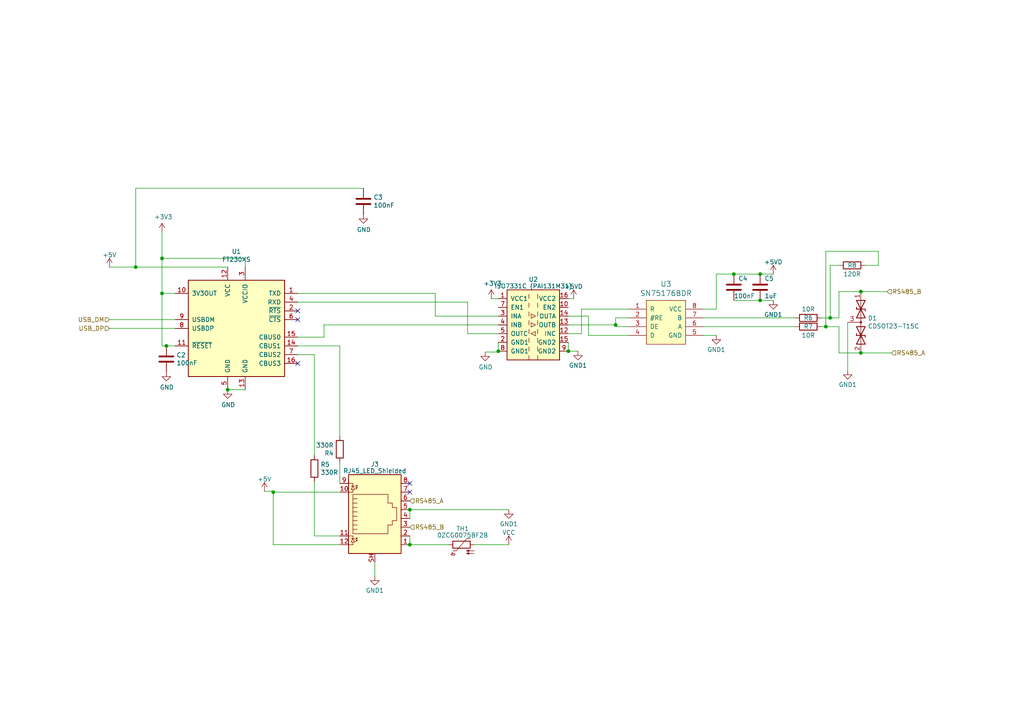
<source format=kicad_sch>
(kicad_sch (version 20230121) (generator eeschema)
  (paper "A4")
  (lib_symbols
    (symbol "Communication:SN65HVD78" (pin_names (offset 1.016))
      (property "Reference" "U" (at 0 10.16 0))
      (property "Value" "Communication_SN65HVD78" (at 0 -5.08 0))
      (symbol "SN65HVD78_0_1"
        (rectangle (start -6.35 8.89) (end 5.08 -3.81) (fill (type background)))
      )
      (symbol "SN65HVD78_1_1"
        (pin output line (at -11.43 6.35 0) (length 5.08) (name "R") (number "1"))
        (pin input line (at -11.43 3.81 0) (length 5.08) (name "#RE") (number "2"))
        (pin input line (at -11.43 1.27 0) (length 5.08) (name "DE") (number "3"))
        (pin input line (at -11.43 -1.27 0) (length 5.08) (name "D") (number "4"))
        (pin input line (at 10.16 -1.27 180) (length 5.08) (name "GND") (number "5"))
        (pin input line (at 10.16 1.27 180) (length 5.08) (name "A") (number "6"))
        (pin input line (at 10.16 3.81 180) (length 5.08) (name "B") (number "7"))
        (pin input line (at 10.16 6.35 180) (length 5.08) (name "VCC") (number "8"))
      )
    )
    (symbol "Connector:RJ45_LED_Shielded" (pin_names (offset 1.016))
      (property "Reference" "J" (at -5.08 13.97 0))
      (property "Value" "RJ45_LED_Shielded" (at 1.27 13.97 0))
      (symbol "RJ45_LED_Shielded_0_1"
        (polyline (pts (xy -7.62 -7.62) (xy -6.35 -7.62)))
        (polyline (pts (xy -7.62 -5.08) (xy -6.35 -5.08)))
        (polyline (pts (xy -7.62 7.62) (xy -6.35 7.62)))
        (polyline (pts (xy -7.62 10.16) (xy -6.35 10.16)))
        (polyline (pts (xy -6.858 -5.842) (xy -5.842 -5.842)))
        (polyline (pts (xy -6.858 9.398) (xy -5.842 9.398)))
        (polyline (pts (xy -6.35 -7.62) (xy -6.35 -6.858)))
        (polyline (pts (xy -6.35 -5.08) (xy -6.35 -5.842)))
        (polyline (pts (xy -6.35 7.62) (xy -6.35 8.382)))
        (polyline (pts (xy -6.35 10.16) (xy -6.35 9.398)))
        (polyline (pts (xy -5.08 -6.223) (xy -5.207 -6.604)))
        (polyline (pts (xy -5.08 -5.588) (xy -5.207 -5.969)))
        (polyline (pts (xy -5.08 4.445) (xy -6.35 4.445)))
        (polyline (pts (xy -5.08 5.715) (xy -6.35 5.715)))
        (polyline (pts (xy -5.08 9.017) (xy -5.207 8.636)))
        (polyline (pts (xy -5.08 9.652) (xy -5.207 9.271)))
        (polyline (pts (xy -6.35 -3.175) (xy -5.08 -3.175) (xy -5.08 -3.175)))
        (polyline (pts (xy -6.35 -1.905) (xy -5.08 -1.905) (xy -5.08 -1.905)))
        (polyline (pts (xy -6.35 -0.635) (xy -5.08 -0.635) (xy -5.08 -0.635)))
        (polyline (pts (xy -6.35 0.635) (xy -5.08 0.635) (xy -5.08 0.635)))
        (polyline (pts (xy -6.35 1.905) (xy -5.08 1.905) (xy -5.08 1.905)))
        (polyline (pts (xy -5.588 -6.731) (xy -5.08 -6.223) (xy -5.461 -6.35)))
        (polyline (pts (xy -5.588 -6.096) (xy -5.08 -5.588) (xy -5.461 -5.715)))
        (polyline (pts (xy -5.588 8.509) (xy -5.08 9.017) (xy -5.461 8.89)))
        (polyline (pts (xy -5.588 9.144) (xy -5.08 9.652) (xy -5.461 9.525)))
        (polyline (pts (xy -5.08 3.175) (xy -6.35 3.175) (xy -6.35 3.175)))
        (polyline (pts (xy -6.35 -5.842) (xy -6.858 -6.858) (xy -5.842 -6.858) (xy -6.35 -5.842)))
        (polyline (pts (xy -6.35 9.398) (xy -6.858 8.382) (xy -5.842 8.382) (xy -6.35 9.398)))
        (polyline (pts (xy -6.35 -4.445) (xy -6.35 6.985) (xy 3.81 6.985) (xy 3.81 4.445) (xy 5.08 4.445) (xy 5.08 3.175) (xy 6.35 3.175) (xy 6.35 -0.635) (xy 5.08 -0.635) (xy 5.08 -1.905) (xy 3.81 -1.905) (xy 3.81 -4.445) (xy -6.35 -4.445) (xy -6.35 -4.445)))
        (rectangle (start 7.62 12.7) (end -7.62 -10.16) (stroke (width 0.254)) (fill (type background)))
      )
      (symbol "RJ45_LED_Shielded_1_1"
        (pin passive line (at 10.16 -7.62 180) (length 2.54) (name "~") (number "1"))
        (pin passive line (at -10.16 7.62 0) (length 2.54) (name "~") (number "10"))
        (pin passive line (at -10.16 -5.08 0) (length 2.54) (name "~") (number "11"))
        (pin passive line (at -10.16 -7.62 0) (length 2.54) (name "~") (number "12"))
        (pin passive line (at 10.16 -5.08 180) (length 2.54) (name "~") (number "2"))
        (pin passive line (at 10.16 -2.54 180) (length 2.54) (name "~") (number "3"))
        (pin passive line (at 10.16 0 180) (length 2.54) (name "~") (number "4"))
        (pin passive line (at 10.16 2.54 180) (length 2.54) (name "~") (number "5"))
        (pin passive line (at 10.16 5.08 180) (length 2.54) (name "~") (number "6"))
        (pin passive line (at 10.16 7.62 180) (length 2.54) (name "~") (number "7"))
        (pin passive line (at 10.16 10.16 180) (length 2.54) (name "~") (number "8"))
        (pin passive line (at -10.16 10.16 0) (length 2.54) (name "~") (number "9"))
        (pin passive line (at 0 -12.7 90) (length 2.54) (name "~") (number "SH"))
      )
    )
    (symbol "Device:C" (pin_numbers hide) (pin_names (offset 0.254))
      (property "Reference" "C" (at 0.635 2.54 0))
      (property "Value" "C" (at 0.635 -2.54 0))
      (symbol "C_0_1"
        (polyline (pts (xy -2.032 -0.762) (xy 2.032 -0.762)) (stroke (width 0.508)))
        (polyline (pts (xy -2.032 0.762) (xy 2.032 0.762)) (stroke (width 0.508)))
      )
      (symbol "C_1_1"
        (pin passive line (at 0 3.81 270) (length 2.794) (name "~") (number "1"))
        (pin passive line (at 0 -3.81 90) (length 2.794) (name "~") (number "2"))
      )
    )
    (symbol "Device:D_TVS_x2_AAC" (pin_names (offset 1.016) hide)
      (property "Reference" "D" (at 0 4.445 0))
      (property "Value" "Device_D_TVS_x2_AAC" (at 0 2.54 0))
      (symbol "D_TVS_x2_AAC_0_0"
        (polyline (pts (xy 0 -1.27) (xy 0 0)))
      )
      (symbol "D_TVS_x2_AAC_0_1"
        (polyline (pts (xy -6.35 0) (xy 6.35 0)))
        (polyline (pts (xy -3.302 1.27) (xy -3.81 1.27) (xy -3.81 -1.27) (xy -4.318 -1.27)) (stroke (width 0.254)))
        (polyline (pts (xy 4.318 1.27) (xy 3.81 1.27) (xy 3.81 -1.27) (xy 3.302 -1.27)) (stroke (width 0.254)))
        (polyline (pts (xy -6.35 1.27) (xy -1.27 -1.27) (xy -1.27 1.27) (xy -6.35 -1.27) (xy -6.35 1.27)) (stroke (width 0.254)))
        (polyline (pts (xy 6.35 1.27) (xy 1.27 -1.27) (xy 1.27 1.27) (xy 6.35 -1.27) (xy 6.35 1.27)) (stroke (width 0.254)))
        (circle (center 0 0) (radius 0.254) (fill (type outline)))
      )
      (symbol "D_TVS_x2_AAC_1_1"
        (pin passive line (at -8.89 0 0) (length 2.54) (name "A1") (number "1"))
        (pin passive line (at 8.89 0 180) (length 2.54) (name "A2") (number "2"))
        (pin input line (at 0 -3.81 90) (length 2.54) (name "common") (number "3"))
      )
    )
    (symbol "Device:R" (pin_numbers hide) (pin_names (offset 0))
      (property "Reference" "R" (at 2.032 0 90))
      (property "Value" "R" (at 0 0 90))
      (symbol "R_0_1"
        (rectangle (start -1.016 -2.54) (end 1.016 2.54) (stroke (width 0.254)))
      )
      (symbol "R_1_1"
        (pin passive line (at 0 3.81 270) (length 1.27) (name "~") (number "1"))
        (pin passive line (at 0 -3.81 90) (length 1.27) (name "~") (number "2"))
      )
    )
    (symbol "Device:Thermistor_PTC" (pin_numbers hide) (pin_names (offset 0))
      (property "Reference" "TH" (at -4.064 0 90))
      (property "Value" "Thermistor_PTC" (at 3.048 0 90))
      (symbol "Thermistor_PTC_0_1"
        (arc (start -3.048 2.159) (mid -3.0495 2.3143) (end -3.175 2.413))
        (arc (start -3.048 2.159) (mid -2.9736 1.9794) (end -2.794 1.905))
        (arc (start -3.048 2.794) (mid -2.9736 2.6144) (end -2.794 2.54))
        (arc (start -2.794 1.905) (mid -2.6144 1.9794) (end -2.54 2.159))
        (arc (start -2.794 2.54) (mid -2.4393 2.5587) (end -2.159 2.794))
        (arc (start -2.794 3.048) (mid -2.9736 2.9736) (end -3.048 2.794))
        (arc (start -2.54 2.794) (mid -2.6144 2.9736) (end -2.794 3.048))
        (rectangle (start -1.016 2.54) (end 1.016 -2.54) (stroke (width 0.254)))
        (polyline (pts (xy -2.54 2.159) (xy -2.54 2.794)))
        (polyline (pts (xy -1.778 2.54) (xy -1.778 1.524) (xy 1.778 -1.524) (xy 1.778 -2.54)))
        (polyline (pts (xy -2.54 -3.683) (xy -2.54 -1.397) (xy -2.794 -2.159) (xy -2.286 -2.159) (xy -2.54 -1.397) (xy -2.54 -1.651)) (fill (type outline)))
        (polyline (pts (xy -1.778 -3.683) (xy -1.778 -1.397) (xy -2.032 -2.159) (xy -1.524 -2.159) (xy -1.778 -1.397) (xy -1.778 -1.651)) (fill (type outline)))
      )
      (symbol "Thermistor_PTC_1_1"
        (pin passive line (at 0 3.81 270) (length 1.27) (name "~") (number "1"))
        (pin passive line (at 0 -3.81 90) (length 1.27) (name "~") (number "2"))
      )
    )
    (symbol "InOutBoard_001-rescue:+3.3V-power" (power) (pin_names (offset 0))
      (property "Value" "+3.3V-power" (at 0 3.556 0))
      (symbol "+3.3V-power_0_1"
        (polyline (pts (xy -0.762 1.27) (xy 0 2.54)))
        (polyline (pts (xy 0 0) (xy 0 2.54)))
        (polyline (pts (xy 0 2.54) (xy 0.762 1.27)))
      )
      (symbol "+3.3V-power_1_1"
        (pin power_in line (at 0 0 90) (length 0) hide (name "+3V3") (number "1"))
      )
    )
    (symbol "InOutBoard_001-rescue:FT230XS-Interface_USB" (pin_names (offset 1.016))
      (property "Reference" "U" (at -13.97 15.24 0))
      (property "Value" "FT230XS-Interface_USB" (at 7.62 15.24 0))
      (symbol "FT230XS-Interface_USB_0_1"
        (rectangle (start -13.97 13.97) (end 13.97 -13.97) (stroke (width 0.254)) (fill (type background)))
      )
      (symbol "FT230XS-Interface_USB_1_1"
        (pin output line (at 17.78 10.16 180) (length 3.81) (name "TXD") (number "1"))
        (pin power_out line (at -17.78 10.16 0) (length 3.81) (name "3V3OUT") (number "10"))
        (pin input line (at -17.78 -5.08 0) (length 3.81) (name "~{RESET}") (number "11"))
        (pin power_in line (at -2.54 17.78 270) (length 3.81) (name "VCC") (number "12"))
        (pin power_in line (at 2.54 -17.78 90) (length 3.81) (name "GND") (number "13"))
        (pin bidirectional line (at 17.78 -5.08 180) (length 3.81) (name "CBUS1") (number "14"))
        (pin bidirectional line (at 17.78 -2.54 180) (length 3.81) (name "CBUS0") (number "15"))
        (pin bidirectional line (at 17.78 -10.16 180) (length 3.81) (name "CBUS3") (number "16"))
        (pin input line (at 17.78 5.08 180) (length 3.81) (name "~{RTS}") (number "2"))
        (pin power_in line (at 2.54 17.78 270) (length 3.81) (name "VCCIO") (number "3"))
        (pin input line (at 17.78 7.62 180) (length 3.81) (name "RXD") (number "4"))
        (pin power_in line (at -2.54 -17.78 90) (length 3.81) (name "GND") (number "5"))
        (pin input line (at 17.78 2.54 180) (length 3.81) (name "~{CTS}") (number "6"))
        (pin bidirectional line (at 17.78 -7.62 180) (length 3.81) (name "CBUS2") (number "7"))
        (pin bidirectional line (at -17.78 0 0) (length 3.81) (name "USBDP") (number "8"))
        (pin bidirectional line (at -17.78 2.54 0) (length 3.81) (name "USBDM") (number "9"))
      )
    )
    (symbol "Isolator:ISO7331C" (pin_names (offset 1.016))
      (property "Reference" "U" (at -6.35 11.43 0))
      (property "Value" "ISO7331C" (at 6.858 11.43 0))
      (symbol "ISO7331C_0_1"
        (rectangle (start -7.62 10.16) (end 7.62 -10.16) (stroke (width 0.254)) (fill (type background)))
        (polyline (pts (xy -1.27 -8.89) (xy -1.27 -10.16)))
        (polyline (pts (xy -1.27 -6.35) (xy -1.27 -7.62)))
        (polyline (pts (xy -1.27 -3.81) (xy -1.27 -5.08)))
        (polyline (pts (xy -1.27 -1.27) (xy -1.27 -2.54)))
        (polyline (pts (xy -1.27 1.27) (xy -1.27 0)))
        (polyline (pts (xy -1.27 3.81) (xy -1.27 2.54)))
        (polyline (pts (xy -1.27 6.35) (xy -1.27 5.08)))
        (polyline (pts (xy -1.27 8.89) (xy -1.27 7.62)))
        (polyline (pts (xy 1.27 -8.89) (xy 1.27 -10.16)))
        (polyline (pts (xy 1.27 -6.35) (xy 1.27 -7.62)))
        (polyline (pts (xy 1.27 -3.81) (xy 1.27 -5.08)))
        (polyline (pts (xy 1.27 -1.27) (xy 1.27 -2.54)))
        (polyline (pts (xy 1.27 1.27) (xy 1.27 0)))
        (polyline (pts (xy 1.27 3.81) (xy 1.27 2.54)))
        (polyline (pts (xy 1.27 6.35) (xy 1.27 5.08)))
        (polyline (pts (xy 1.27 8.89) (xy 1.27 7.62)))
        (polyline (pts (xy -0.635 -2.54) (xy 0.635 -1.905) (xy 0.635 -3.175) (xy -0.635 -2.54)))
        (polyline (pts (xy -0.635 0.635) (xy -0.635 -0.635) (xy 0.635 0) (xy -0.635 0.635)))
        (polyline (pts (xy -0.635 3.175) (xy -0.635 1.905) (xy 0.635 2.54) (xy -0.635 3.175)))
      )
      (symbol "ISO7331C_1_1"
        (pin power_in line (at -10.16 7.62 0) (length 2.54) (name "VCC1") (number "1"))
        (pin input line (at 10.16 5.08 180) (length 2.54) (name "EN2") (number "10"))
        (pin no_connect line (at 0 10.16 270) (length 2.54) hide (name "NC") (number "11"))
        (pin input line (at 10.16 -2.54 180) (length 2.54) (name "INC") (number "12"))
        (pin output line (at 10.16 0 180) (length 2.54) (name "OUTB") (number "13"))
        (pin output line (at 10.16 2.54 180) (length 2.54) (name "OUTA") (number "14"))
        (pin power_in line (at 10.16 -5.08 180) (length 2.54) (name "GND2") (number "15"))
        (pin power_in line (at 10.16 7.62 180) (length 2.54) (name "VCC2") (number "16"))
        (pin power_in line (at -10.16 -5.08 0) (length 2.54) (name "GND1") (number "2"))
        (pin input line (at -10.16 2.54 0) (length 2.54) (name "INA") (number "3"))
        (pin input line (at -10.16 0 0) (length 2.54) (name "INB") (number "4"))
        (pin output line (at -10.16 -2.54 0) (length 2.54) (name "OUTC") (number "5"))
        (pin no_connect line (at 0 -10.16 90) (length 2.54) hide (name "NC") (number "6"))
        (pin input line (at -10.16 5.08 0) (length 2.54) (name "EN1") (number "7"))
        (pin power_in line (at -10.16 -7.62 0) (length 2.54) (name "GND1") (number "8"))
        (pin power_in line (at 10.16 -7.62 180) (length 2.54) (name "GND2") (number "9"))
      )
    )
    (symbol "power:+5V" (power) (pin_names (offset 0))
      (property "Value" "+5V" (at 0 3.556 0))
      (symbol "+5V_0_1"
        (polyline (pts (xy -0.762 1.27) (xy 0 2.54)))
        (polyline (pts (xy 0 0) (xy 0 2.54)))
        (polyline (pts (xy 0 2.54) (xy 0.762 1.27)))
      )
      (symbol "+5V_1_1"
        (pin power_in line (at 0 0 90) (length 0) hide (name "+5V") (number "1"))
      )
    )
    (symbol "power:+5VD" (power) (pin_names (offset 0))
      (property "Value" "+5VD" (at 0 3.556 0))
      (symbol "+5VD_0_1"
        (polyline (pts (xy -0.762 1.27) (xy 0 2.54)))
        (polyline (pts (xy 0 0) (xy 0 2.54)))
        (polyline (pts (xy 0 2.54) (xy 0.762 1.27)))
      )
      (symbol "+5VD_1_1"
        (pin power_in line (at 0 0 90) (length 0) hide (name "+5VD") (number "1"))
      )
    )
    (symbol "power:GND" (power) (pin_names (offset 0))
      (property "Value" "GND" (at 0 -3.81 0))
      (symbol "GND_0_1"
        (polyline (pts (xy 0 0) (xy 0 -1.27) (xy 1.27 -1.27) (xy 0 -2.54) (xy -1.27 -1.27) (xy 0 -1.27)))
      )
      (symbol "GND_1_1"
        (pin power_in line (at 0 0 270) (length 0) hide (name "GND") (number "1"))
      )
    )
    (symbol "power:GND1" (power) (pin_names (offset 0))
      (property "Value" "GND1" (at 0 -3.81 0))
      (symbol "GND1_0_1"
        (polyline (pts (xy 0 0) (xy 0 -1.27) (xy 1.27 -1.27) (xy 0 -2.54) (xy -1.27 -1.27) (xy 0 -1.27)))
      )
      (symbol "GND1_1_1"
        (pin power_in line (at 0 0 270) (length 0) hide (name "GND1") (number "1"))
      )
    )
    (symbol "power:VCC" (power) (pin_names (offset 0))
      (property "Value" "VCC" (at 0 3.81 0))
      (symbol "VCC_0_1"
        (polyline (pts (xy -0.762 1.27) (xy 0 2.54)))
        (polyline (pts (xy 0 0) (xy 0 2.54)))
        (polyline (pts (xy 0 2.54) (xy 0.762 1.27)))
      )
      (symbol "VCC_1_1"
        (pin power_in line (at 0 0 90) (length 0) hide (name "VCC") (number "1"))
      )
    )
  )
  (junction (at 79.248 142.748))
  (junction (at 220.472 79.502))
  (junction (at 66.04 113.03))
  (junction (at 239.522 94.742))
  (junction (at 118.872 157.988))
  (junction (at 178.562 94.234))
  (junction (at 220.472 87.122))
  (junction (at 249.682 102.362))
  (junction (at 118.872 147.828))
  (junction (at 249.682 84.582))
  (junction (at 212.852 79.502))
  (junction (at 39.37 77.47))
  (junction (at 144.526 101.854))
  (junction (at 240.792 92.202))
  (junction (at 46.99 74.93))
  (junction (at 46.99 85.09))
  (junction (at 164.846 101.854))
  (junction (at 48.26 100.33))
  (no_connect (at 86.36 105.41))
  (no_connect (at 118.872 140.208))
  (no_connect (at 118.872 142.748))
  (no_connect (at 86.36 92.71))
  (no_connect (at 86.36 90.17))
  (wire (pts (xy 164.846 101.854) (xy 167.64 101.854)))
  (wire (pts (xy 243.332 84.582) (xy 249.682 84.582)))
  (wire (pts (xy 203.962 97.282) (xy 207.772 97.282)))
  (wire (pts (xy 212.852 87.122) (xy 220.472 87.122)))
  (wire (pts (xy 182.372 97.282) (xy 170.688 97.282)))
  (wire (pts (xy 86.36 97.79) (xy 93.98 97.79)))
  (wire (pts (xy 245.872 93.472) (xy 245.872 107.442)))
  (wire (pts (xy 164.846 94.234) (xy 178.562 94.234)))
  (wire (pts (xy 91.186 139.7) (xy 91.186 155.448)))
  (wire (pts (xy 86.36 100.33) (xy 98.552 100.33)))
  (wire (pts (xy 126.238 85.09) (xy 126.238 91.694)))
  (wire (pts (xy 178.562 92.202) (xy 178.562 94.234)))
  (wire (pts (xy 137.668 157.988) (xy 147.574 157.988)))
  (wire (pts (xy 126.238 91.694) (xy 144.526 91.694)))
  (wire (pts (xy 142.494 86.614) (xy 144.526 86.614)))
  (wire (pts (xy 86.36 87.63) (xy 135.636 87.63)))
  (wire (pts (xy 79.248 157.988) (xy 98.552 157.988)))
  (wire (pts (xy 220.472 87.122) (xy 224.282 87.122)))
  (wire (pts (xy 39.37 77.47) (xy 66.04 77.47)))
  (wire (pts (xy 238.252 92.202) (xy 240.792 92.202)))
  (wire (pts (xy 71.12 74.93) (xy 46.99 74.93)))
  (wire (pts (xy 144.526 101.854) (xy 144.526 102.108)))
  (wire (pts (xy 207.772 79.502) (xy 212.852 79.502)))
  (wire (pts (xy 250.952 76.962) (xy 254.762 76.962)))
  (wire (pts (xy 108.712 163.068) (xy 108.712 167.132)))
  (wire (pts (xy 240.792 92.202) (xy 243.332 92.202)))
  (wire (pts (xy 182.372 94.742) (xy 178.562 94.742)))
  (wire (pts (xy 243.332 92.202) (xy 243.332 84.582)))
  (wire (pts (xy 243.332 94.742) (xy 243.332 102.362)))
  (wire (pts (xy 39.37 77.47) (xy 39.37 54.61)))
  (wire (pts (xy 79.248 142.494) (xy 79.248 142.748)))
  (wire (pts (xy 79.248 142.748) (xy 98.552 142.748)))
  (wire (pts (xy 118.872 155.448) (xy 118.872 157.988)))
  (wire (pts (xy 98.552 100.33) (xy 98.552 126.492)))
  (wire (pts (xy 50.8 95.25) (xy 31.75 95.25)))
  (wire (pts (xy 31.75 77.47) (xy 39.37 77.47)))
  (wire (pts (xy 50.8 100.33) (xy 48.26 100.33)))
  (wire (pts (xy 243.332 102.362) (xy 249.682 102.362)))
  (wire (pts (xy 140.716 102.108) (xy 144.526 102.108)))
  (wire (pts (xy 220.472 79.502) (xy 224.282 79.502)))
  (wire (pts (xy 118.872 147.828) (xy 147.574 147.828)))
  (wire (pts (xy 39.37 54.61) (xy 105.41 54.61)))
  (wire (pts (xy 91.186 155.448) (xy 98.552 155.448)))
  (wire (pts (xy 118.872 157.988) (xy 130.048 157.988)))
  (wire (pts (xy 254.762 72.898) (xy 254.762 76.962)))
  (wire (pts (xy 207.772 89.662) (xy 207.772 79.502)))
  (wire (pts (xy 135.636 96.774) (xy 144.526 96.774)))
  (wire (pts (xy 170.688 91.694) (xy 170.688 97.282)))
  (wire (pts (xy 46.99 74.93) (xy 46.99 85.09)))
  (wire (pts (xy 203.962 94.742) (xy 230.632 94.742)))
  (wire (pts (xy 212.852 79.502) (xy 220.472 79.502)))
  (wire (pts (xy 48.26 100.33) (xy 46.99 100.33)))
  (wire (pts (xy 203.962 92.202) (xy 230.632 92.202)))
  (wire (pts (xy 86.36 85.09) (xy 126.238 85.09)))
  (wire (pts (xy 239.522 72.898) (xy 254.762 72.898)))
  (wire (pts (xy 164.846 91.694) (xy 170.688 91.694)))
  (wire (pts (xy 66.04 113.03) (xy 71.12 113.03)))
  (wire (pts (xy 240.792 76.962) (xy 240.792 92.202)))
  (wire (pts (xy 93.98 94.234) (xy 144.526 94.234)))
  (wire (pts (xy 86.36 102.87) (xy 91.186 102.87)))
  (wire (pts (xy 239.522 94.742) (xy 243.332 94.742)))
  (wire (pts (xy 164.846 86.614) (xy 166.37 86.614)))
  (wire (pts (xy 164.846 99.314) (xy 164.846 101.854)))
  (wire (pts (xy 79.248 142.748) (xy 79.248 157.988)))
  (wire (pts (xy 203.962 89.662) (xy 207.772 89.662)))
  (wire (pts (xy 178.562 92.202) (xy 182.372 92.202)))
  (wire (pts (xy 135.636 87.63) (xy 135.636 96.774)))
  (wire (pts (xy 249.682 102.362) (xy 258.572 102.362)))
  (wire (pts (xy 93.98 97.79) (xy 93.98 94.234)))
  (wire (pts (xy 164.846 96.774) (xy 168.656 96.774)))
  (wire (pts (xy 168.656 96.774) (xy 168.656 89.662)))
  (wire (pts (xy 50.8 85.09) (xy 46.99 85.09)))
  (wire (pts (xy 144.526 99.314) (xy 144.526 101.854)))
  (wire (pts (xy 31.75 92.71) (xy 50.8 92.71)))
  (wire (pts (xy 76.708 142.494) (xy 79.248 142.494)))
  (wire (pts (xy 239.522 72.898) (xy 239.522 94.742)))
  (wire (pts (xy 238.252 94.742) (xy 239.522 94.742)))
  (wire (pts (xy 98.552 134.112) (xy 98.552 140.208)))
  (wire (pts (xy 71.12 77.47) (xy 71.12 74.93)))
  (wire (pts (xy 178.562 94.234) (xy 178.562 94.742)))
  (wire (pts (xy 91.186 102.87) (xy 91.186 132.08)))
  (wire (pts (xy 243.332 76.962) (xy 240.792 76.962)))
  (wire (pts (xy 46.99 67.31) (xy 46.99 74.93)))
  (wire (pts (xy 168.656 89.662) (xy 182.372 89.662)))
  (wire (pts (xy 46.99 100.33) (xy 46.99 85.09)))
  (wire (pts (xy 118.872 147.828) (xy 118.872 150.368)))
  (wire (pts (xy 249.682 84.582) (xy 257.302 84.582)))
  (hierarchical_label "USB_DP" (shape input) (at 31.75 95.25 180))
  (hierarchical_label "RS485_B" (shape input) (at 257.302 84.582 0))
  (hierarchical_label "RS485_A" (shape input) (at 258.572 102.362 0))
  (hierarchical_label "RS485_A" (shape input) (at 118.872 145.288 0))
  (hierarchical_label "USB_DM" (shape input) (at 31.75 92.71 180))
  (hierarchical_label "RS485_B" (shape input) (at 118.872 152.908 0))
  (symbol (lib_id "Device:Thermistor_PTC") (at 133.858 157.988 90) (unit 1)
    (property "Reference" "TH1" (at 134.1755 153.3271 90))
    (property "Value" "0ZCG0075BF2B" (at 134.1755 155.2481 90))
    (property "Footprint" "Resistor_SMD:R_1812_4532Metric" (effects hide))
    (instances (project "RS485USB" (path "" (reference "TH1") (unit 1)) (path "" (reference "TH2") (unit 1)) (path "" (reference "TH3") (unit 1)) (path "" (reference "TH4") (unit 1))))
  )
  (symbol (lib_id "Device:R") (at 91.186 135.89 0) (unit 1)
    (property "Reference" "R5" (at 92.964 134.7216 0) (effects (justify left)))
    (property "Value" "330R" (at 92.964 137.033 0) (effects (justify left)))
    (property "Footprint" "Resistor_SMD:R_0805_2012Metric" (effects hide))
    (instances (project "RS485USB" (path "" (reference "R5") (unit 1)) (path "" (reference "R10") (unit 1)) (path "" (reference "R15") (unit 1)) (path "" (reference "R20") (unit 1))) (project "InOutBoard_001" (path "" (reference "R43") (unit 1)) (path "" (reference "R31") (unit 1)) (path "" (reference "R49") (unit 1)) (path "" (reference "R37") (unit 1))))
  )
  (symbol (lib_id "power:GND1") (at 207.772 97.282 0) (unit 1)
    (property "Reference" "#PWR025" (effects hide))
    (property "Value" "GND1" (at 207.772 101.4175 0))
    (instances (project "RS485USB" (path "" (reference "#PWR025") (unit 1)) (path "" (reference "#PWR041") (unit 1)) (path "" (reference "#PWR057") (unit 1)) (path "" (reference "#PWR073") (unit 1))))
  )
  (symbol (lib_id "Isolator:ISO7331C") (at 154.686 94.234 0) (unit 1)
    (property "Reference" "U2" (at 154.686 81.0641 0))
    (property "Value" "ISO7331C (PAI131M31)" (at 154.686 82.9851 0))
    (property "Footprint" "Package_SO:SO-16_3.9x9.9mm_P1.27mm" (effects hide))
    (property "Datasheet" "http://www.ti.com/lit/ds/symlink/iso7331c.pdf" (effects hide))
    (instances (project "RS485USB" (path "" (reference "U2") (unit 1)) (path "" (reference "U5") (unit 1)) (path "" (reference "U8") (unit 1)) (path "" (reference "U11") (unit 1))))
  )
  (symbol (lib_id "Device:D_TVS_x2_AAC") (at 249.682 93.472 270) (unit 1)
    (property "Reference" "D1" (at 251.6886 92.3036 90) (effects (justify left)))
    (property "Value" "CDSOT23-T15C" (at 251.6886 94.615 90) (effects (justify left)))
    (property "Footprint" "Package_TO_SOT_SMD:SOT-23" (effects hide))
    (instances (project "RS485USB" (path "" (reference "D1") (unit 1)) (path "" (reference "D2") (unit 1)) (path "" (reference "D3") (unit 1)) (path "" (reference "D4") (unit 1))) (project "RoomBoard_007_MCU" (path "" (reference "D6") (unit 1))))
  )
  (symbol (lib_id "Device:R") (at 234.442 94.742 270) (unit 1)
    (property "Reference" "R7" (at 234.442 94.742 90))
    (property "Value" "10R" (at 234.442 97.282 90))
    (property "Footprint" "Resistor_SMD:R_0805_2012Metric" (effects hide))
    (instances (project "RS485USB" (path "" (reference "R7") (unit 1)) (path "" (reference "R12") (unit 1)) (path "" (reference "R17") (unit 1)) (path "" (reference "R22") (unit 1))) (project "RoomBoard_007_MCU" (path "" (reference "R31") (unit 1))))
  )
  (symbol (lib_id "Device:R") (at 234.442 92.202 270) (unit 1)
    (property "Reference" "R6" (at 234.442 92.202 90))
    (property "Value" "10R" (at 234.442 89.662 90))
    (property "Footprint" "Resistor_SMD:R_0805_2012Metric" (effects hide))
    (instances (project "RS485USB" (path "" (reference "R6") (unit 1)) (path "" (reference "R11") (unit 1)) (path "" (reference "R16") (unit 1)) (path "" (reference "R21") (unit 1))) (project "RoomBoard_007_MCU" (path "" (reference "R30") (unit 1))))
  )
  (symbol (lib_id "power:GND") (at 140.716 102.108 0) (unit 1)
    (property "Reference" "#PWR019" (effects hide))
    (property "Value" "GND" (at 140.843 106.5022 0))
    (instances (project "RS485USB" (path "" (reference "#PWR019") (unit 1)) (path "" (reference "#PWR035") (unit 1)) (path "" (reference "#PWR051") (unit 1)) (path "" (reference "#PWR067") (unit 1))) (project "InOutBoard_001" (path "" (reference "#PWR0102") (unit 1)) (path "" (reference "#PWR0122") (unit 1)) (path "" (reference "#PWR0112") (unit 1)) (path "" (reference "#PWR063") (unit 1))))
  )
  (symbol (lib_id "power:VCC") (at 147.574 157.988 0) (unit 1)
    (property "Reference" "#PWR085" (effects hide))
    (property "Value" "VCC" (at 147.574 154.4861 0))
    (instances (project "RS485USB" (path "" (reference "#PWR085") (unit 1)) (path "" (reference "#PWR022") (unit 1)) (path "" (reference "#PWR038") (unit 1)) (path "" (reference "#PWR054") (unit 1)) (path "" (reference "#PWR070") (unit 1))))
  )
  (symbol (lib_id "power:GND1") (at 147.574 147.828 0) (unit 1)
    (property "Reference" "#PWR021" (effects hide))
    (property "Value" "GND1" (at 147.574 151.9635 0))
    (instances (project "RS485USB" (path "" (reference "#PWR021") (unit 1)) (path "" (reference "#PWR037") (unit 1)) (path "" (reference "#PWR053") (unit 1)) (path "" (reference "#PWR069") (unit 1))))
  )
  (symbol (lib_id "power:GND") (at 66.04 113.03 0) (unit 1)
    (property "Reference" "#PWR015" (effects hide))
    (property "Value" "GND" (at 66.167 117.4242 0))
    (instances (project "RS485USB" (path "" (reference "#PWR015") (unit 1)) (path "" (reference "#PWR031") (unit 1)) (path "" (reference "#PWR047") (unit 1)) (path "" (reference "#PWR063") (unit 1))) (project "InOutBoard_001" (path "" (reference "#PWR066") (unit 1)) (path "" (reference "#PWR050") (unit 1)) (path "" (reference "#PWR074") (unit 1)) (path "" (reference "#PWR058") (unit 1))))
  )
  (symbol (lib_id "InOutBoard_001-rescue:+3.3V-power") (at 46.99 67.31 0) (unit 1)
    (property "Reference" "#PWR013" (effects hide))
    (property "Value" "+3.3V" (at 47.371 62.9158 0))
    (instances (project "RS485USB" (path "" (reference "#PWR013") (unit 1)) (path "" (reference "#PWR029") (unit 1)) (path "" (reference "#PWR045") (unit 1)) (path "" (reference "#PWR061") (unit 1))) (project "InOutBoard_001" (path "" (reference "#PWR064") (unit 1)) (path "" (reference "#PWR048") (unit 1)) (path "" (reference "#PWR072") (unit 1)) (path "" (reference "#PWR056") (unit 1))))
  )
  (symbol (lib_id "power:GND1") (at 245.872 107.442 0) (unit 1)
    (property "Reference" "#PWR027" (effects hide))
    (property "Value" "GND1" (at 245.872 111.5775 0))
    (instances (project "RS485USB" (path "" (reference "#PWR027") (unit 1)) (path "" (reference "#PWR043") (unit 1)) (path "" (reference "#PWR059") (unit 1)) (path "" (reference "#PWR075") (unit 1))))
  )
  (symbol (lib_id "Connector:RJ45_LED_Shielded") (at 108.712 150.368 0) (unit 1)
    (property "Reference" "J3" (at 108.712 134.6581 0))
    (property "Value" "RJ45_LED_Shielded" (at 108.712 136.5791 0))
    (property "Footprint" "MyFootprint:RJ45_Amphenol_RJHSE3384" (effects hide))
    (instances (project "RS485USB" (path "" (reference "J3") (unit 1)) (path "" (reference "J4") (unit 1)) (path "" (reference "J5") (unit 1)) (path "" (reference "J6") (unit 1))))
  )
  (symbol (lib_id "Device:R") (at 98.552 130.302 180) (unit 1)
    (property "Reference" "R4" (at 96.774 131.4704 0) (effects (justify left)))
    (property "Value" "330R" (at 96.774 129.159 0) (effects (justify left)))
    (property "Footprint" "Resistor_SMD:R_0805_2012Metric" (effects hide))
    (instances (project "RS485USB" (path "" (reference "R4") (unit 1)) (path "" (reference "R9") (unit 1)) (path "" (reference "R14") (unit 1)) (path "" (reference "R19") (unit 1))) (project "InOutBoard_001" (path "" (reference "R43") (unit 1)) (path "" (reference "R31") (unit 1)) (path "" (reference "R49") (unit 1)) (path "" (reference "R37") (unit 1))))
  )
  (symbol (lib_id "Communication:SN65HVD78") (at 193.802 96.012 0) (unit 1)
    (property "Reference" "U3" (at 193.167 82.3722 0) (effects (font (size 1.524 1.524))))
    (property "Value" "SN75176BDR" (at 193.167 85.0646 0) (effects (font (size 1.524 1.524))))
    (property "Footprint" "Package_SO:SOIC-8_3.9x4.9mm_P1.27mm" (effects hide))
    (instances (project "RS485USB" (path "" (reference "U3") (unit 1)) (path "" (reference "U6") (unit 1)) (path "" (reference "U9") (unit 1)) (path "" (reference "U12") (unit 1))) (project "RoomBoard_007_MCU" (path "" (reference "U8") (unit 1))))
  )
  (symbol (lib_id "InOutBoard_001-rescue:+3.3V-power") (at 142.494 86.614 0) (unit 1)
    (property "Reference" "#PWR020" (effects hide))
    (property "Value" "+3.3V" (at 142.875 82.2198 0))
    (instances (project "RS485USB" (path "" (reference "#PWR020") (unit 1)) (path "" (reference "#PWR036") (unit 1)) (path "" (reference "#PWR052") (unit 1)) (path "" (reference "#PWR068") (unit 1))) (project "InOutBoard_001" (path "" (reference "#PWR064") (unit 1)) (path "" (reference "#PWR048") (unit 1)) (path "" (reference "#PWR072") (unit 1)) (path "" (reference "#PWR056") (unit 1))))
  )
  (symbol (lib_id "power:+5V") (at 31.75 77.47 0) (unit 1)
    (property "Reference" "#PWR012" (effects hide))
    (property "Value" "+5V" (at 31.75 73.9681 0))
    (instances (project "RS485USB" (path "" (reference "#PWR012") (unit 1)) (path "" (reference "#PWR028") (unit 1)) (path "" (reference "#PWR044") (unit 1)) (path "" (reference "#PWR060") (unit 1))))
  )
  (symbol (lib_id "power:+5VD") (at 224.282 79.502 0) (unit 1)
    (property "Reference" "#PWR09" (effects hide))
    (property "Value" "+5VD" (at 224.282 76.0001 0))
    (instances (project "RS485USB" (path "" (reference "#PWR09") (unit 1)) (path "" (reference "#PWR018") (unit 1)) (path "" (reference "#PWR034") (unit 1)) (path "" (reference "#PWR050") (unit 1)) (path "" (reference "#PWR066") (unit 1))))
  )
  (symbol (lib_id "power:+5V") (at 76.708 142.494 0) (unit 1)
    (property "Reference" "#PWR016" (effects hide))
    (property "Value" "+5V" (at 76.708 138.9921 0))
    (instances (project "RS485USB" (path "" (reference "#PWR016") (unit 1)) (path "" (reference "#PWR032") (unit 1)) (path "" (reference "#PWR048") (unit 1)) (path "" (reference "#PWR064") (unit 1))))
  )
  (symbol (lib_id "Device:C") (at 48.26 104.14 0) (unit 1)
    (property "Reference" "C2" (at 51.181 102.9716 0) (effects (justify left)))
    (property "Value" "100nF" (at 51.181 105.283 0) (effects (justify left)))
    (property "Footprint" "Capacitor_SMD:C_0805_2012Metric" (effects hide))
    (instances (project "RS485USB" (path "" (reference "C2") (unit 1)) (path "" (reference "C6") (unit 1)) (path "" (reference "C10") (unit 1)) (path "" (reference "C14") (unit 1))) (project "InOutBoard_001" (path "" (reference "C24") (unit 1)) (path "" (reference "C18") (unit 1)) (path "" (reference "C27") (unit 1)) (path "" (reference "C21") (unit 1))))
  )
  (symbol (lib_id "Device:C") (at 212.852 83.312 0) (unit 1)
    (property "Reference" "C4" (at 214.122 80.772 0) (effects (justify left)))
    (property "Value" "100nF" (at 212.852 85.852 0) (effects (justify left)))
    (property "Footprint" "Capacitor_SMD:C_0805_2012Metric" (effects hide))
    (instances (project "RS485USB" (path "" (reference "C4") (unit 1)) (path "" (reference "C8") (unit 1)) (path "" (reference "C12") (unit 1)) (path "" (reference "C16") (unit 1))) (project "RoomBoard_007_MCU" (path "" (reference "C18") (unit 1))))
  )
  (symbol (lib_id "power:GND1") (at 108.712 167.132 0) (unit 1)
    (property "Reference" "#PWR0103" (effects hide))
    (property "Value" "GND1" (at 108.712 171.2675 0))
    (instances (project "RS485USB" (path "" (reference "#PWR0103") (unit 1)) (path "" (reference "#PWR0104") (unit 1)) (path "" (reference "#PWR0105") (unit 1)) (path "" (reference "#PWR0106") (unit 1))))
  )
  (symbol (lib_id "power:+5VD") (at 166.37 86.614 0) (unit 1)
    (property "Reference" "#PWR023" (effects hide))
    (property "Value" "+5VD" (at 166.37 83.1121 0))
    (instances (project "RS485USB" (path "" (reference "#PWR023") (unit 1)) (path "" (reference "#PWR039") (unit 1)) (path "" (reference "#PWR055") (unit 1)) (path "" (reference "#PWR071") (unit 1))))
  )
  (symbol (lib_id "Device:C") (at 105.41 58.42 0) (unit 1)
    (property "Reference" "C3" (at 108.331 57.2516 0) (effects (justify left)))
    (property "Value" "100nF" (at 108.331 59.563 0) (effects (justify left)))
    (property "Footprint" "Capacitor_SMD:C_0805_2012Metric" (effects hide))
    (instances (project "RS485USB" (path "" (reference "C3") (unit 1)) (path "" (reference "C7") (unit 1)) (path "" (reference "C11") (unit 1)) (path "" (reference "C15") (unit 1))) (project "InOutBoard_001" (path "" (reference "C25") (unit 1)) (path "" (reference "C19") (unit 1)) (path "" (reference "C28") (unit 1)) (path "" (reference "C22") (unit 1))))
  )
  (symbol (lib_id "power:GND1") (at 224.282 87.122 0) (unit 1)
    (property "Reference" "#PWR026" (effects hide))
    (property "Value" "GND1" (at 224.282 91.2575 0))
    (instances (project "RS485USB" (path "" (reference "#PWR026") (unit 1)) (path "" (reference "#PWR042") (unit 1)) (path "" (reference "#PWR058") (unit 1)) (path "" (reference "#PWR074") (unit 1))))
  )
  (symbol (lib_id "Device:R") (at 247.142 76.962 270) (unit 1)
    (property "Reference" "R8" (at 247.142 76.962 90))
    (property "Value" "120R" (at 247.142 79.502 90))
    (property "Footprint" "Resistor_SMD:R_1210_3225Metric" (effects hide))
    (instances (project "RS485USB" (path "" (reference "R8") (unit 1)) (path "" (reference "R13") (unit 1)) (path "" (reference "R18") (unit 1)) (path "" (reference "R23") (unit 1))) (project "RoomBoard_007_MCU" (path "" (reference "R32") (unit 1))))
  )
  (symbol (lib_id "InOutBoard_001-rescue:FT230XS-Interface_USB") (at 68.58 95.25 0) (unit 1)
    (property "Reference" "U1" (at 68.58 72.9488 0))
    (property "Value" "FT230XS" (at 68.58 75.2602 0))
    (property "Footprint" "Package_SO:SSOP-16_3.9x4.9mm_P0.635mm" (effects hide))
    (property "Datasheet" "http://www.ftdichip.com/Products/ICs/FT230X.html" (effects hide))
    (instances (project "RS485USB" (path "" (reference "U1") (unit 1)) (path "" (reference "U4") (unit 1)) (path "" (reference "U7") (unit 1)) (path "" (reference "U10") (unit 1))) (project "InOutBoard_001" (path "" (reference "U19") (unit 1)) (path "" (reference "U15") (unit 1)) (path "" (reference "U21") (unit 1)) (path "" (reference "U17") (unit 1))))
  )
  (symbol (lib_id "power:GND1") (at 167.64 101.854 0) (unit 1)
    (property "Reference" "#PWR024" (effects hide))
    (property "Value" "GND1" (at 167.64 105.9895 0))
    (instances (project "RS485USB" (path "" (reference "#PWR024") (unit 1)) (path "" (reference "#PWR040") (unit 1)) (path "" (reference "#PWR056") (unit 1)) (path "" (reference "#PWR072") (unit 1))))
  )
  (symbol (lib_id "Device:C") (at 220.472 83.312 0) (unit 1)
    (property "Reference" "C5" (at 221.742 80.772 0) (effects (justify left)))
    (property "Value" "1uF" (at 221.742 85.852 0) (effects (justify left)))
    (property "Footprint" "Capacitor_SMD:C_0805_2012Metric" (effects hide))
    (instances (project "RS485USB" (path "" (reference "C5") (unit 1)) (path "" (reference "C9") (unit 1)) (path "" (reference "C13") (unit 1)) (path "" (reference "C17") (unit 1))) (project "RoomBoard_007_MCU" (path "" (reference "C19") (unit 1))))
  )
  (symbol (lib_id "power:GND") (at 48.26 107.95 0) (unit 1)
    (property "Reference" "#PWR014" (effects hide))
    (property "Value" "GND" (at 48.387 112.3442 0))
    (instances (project "RS485USB" (path "" (reference "#PWR014") (unit 1)) (path "" (reference "#PWR030") (unit 1)) (path "" (reference "#PWR046") (unit 1)) (path "" (reference "#PWR062") (unit 1))) (project "InOutBoard_001" (path "" (reference "#PWR065") (unit 1)) (path "" (reference "#PWR049") (unit 1)) (path "" (reference "#PWR073") (unit 1)) (path "" (reference "#PWR057") (unit 1))))
  )
  (symbol (lib_id "power:GND") (at 105.41 62.23 0) (unit 1)
    (property "Reference" "#PWR017" (effects hide))
    (property "Value" "GND" (at 105.537 66.6242 0))
    (instances (project "RS485USB" (path "" (reference "#PWR017") (unit 1)) (path "" (reference "#PWR033") (unit 1)) (path "" (reference "#PWR049") (unit 1)) (path "" (reference "#PWR065") (unit 1))) (project "InOutBoard_001" (path "" (reference "#PWR0102") (unit 1)) (path "" (reference "#PWR0122") (unit 1)) (path "" (reference "#PWR0112") (unit 1)) (path "" (reference "#PWR063") (unit 1))))
  )
)
</source>
